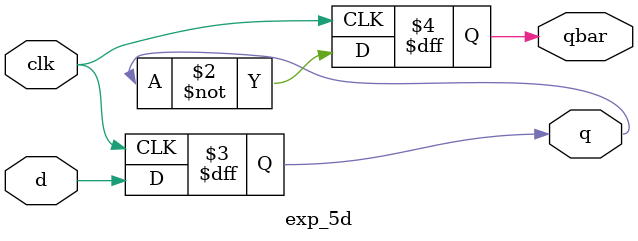
<source format=v>
module exp_5d(d,clk,q,qbar);
input d,clk;
output q,qbar;
reg q,qbar;
always @(posedge clk)
begin 
q<=d;
qbar<=~q;
end 
endmodule
</source>
